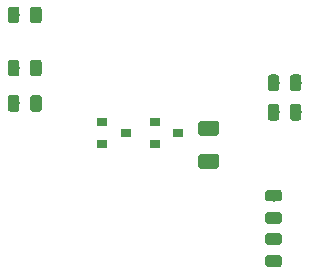
<source format=gbp>
G04 #@! TF.GenerationSoftware,KiCad,Pcbnew,(5.1.0-0)*
G04 #@! TF.CreationDate,2019-10-12T10:13:56-07:00*
G04 #@! TF.ProjectId,BB-Mainboard-0,42422d4d-6169-46e6-926f-6172642d302e,rev?*
G04 #@! TF.SameCoordinates,Original*
G04 #@! TF.FileFunction,Paste,Bot*
G04 #@! TF.FilePolarity,Positive*
%FSLAX46Y46*%
G04 Gerber Fmt 4.6, Leading zero omitted, Abs format (unit mm)*
G04 Created by KiCad (PCBNEW (5.1.0-0)) date 2019-10-12 10:13:56*
%MOMM*%
%LPD*%
G04 APERTURE LIST*
%ADD10R,0.900000X0.800000*%
%ADD11C,0.100000*%
%ADD12C,0.975000*%
%ADD13C,1.250000*%
G04 APERTURE END LIST*
D10*
X122450000Y-53000000D03*
X120450000Y-52050000D03*
X120450000Y-53950000D03*
X118000000Y-53000000D03*
X116000000Y-52050000D03*
X116000000Y-53950000D03*
D11*
G36*
X108767642Y-46801174D02*
G01*
X108791303Y-46804684D01*
X108814507Y-46810496D01*
X108837029Y-46818554D01*
X108858653Y-46828782D01*
X108879170Y-46841079D01*
X108898383Y-46855329D01*
X108916107Y-46871393D01*
X108932171Y-46889117D01*
X108946421Y-46908330D01*
X108958718Y-46928847D01*
X108968946Y-46950471D01*
X108977004Y-46972993D01*
X108982816Y-46996197D01*
X108986326Y-47019858D01*
X108987500Y-47043750D01*
X108987500Y-47956250D01*
X108986326Y-47980142D01*
X108982816Y-48003803D01*
X108977004Y-48027007D01*
X108968946Y-48049529D01*
X108958718Y-48071153D01*
X108946421Y-48091670D01*
X108932171Y-48110883D01*
X108916107Y-48128607D01*
X108898383Y-48144671D01*
X108879170Y-48158921D01*
X108858653Y-48171218D01*
X108837029Y-48181446D01*
X108814507Y-48189504D01*
X108791303Y-48195316D01*
X108767642Y-48198826D01*
X108743750Y-48200000D01*
X108256250Y-48200000D01*
X108232358Y-48198826D01*
X108208697Y-48195316D01*
X108185493Y-48189504D01*
X108162971Y-48181446D01*
X108141347Y-48171218D01*
X108120830Y-48158921D01*
X108101617Y-48144671D01*
X108083893Y-48128607D01*
X108067829Y-48110883D01*
X108053579Y-48091670D01*
X108041282Y-48071153D01*
X108031054Y-48049529D01*
X108022996Y-48027007D01*
X108017184Y-48003803D01*
X108013674Y-47980142D01*
X108012500Y-47956250D01*
X108012500Y-47043750D01*
X108013674Y-47019858D01*
X108017184Y-46996197D01*
X108022996Y-46972993D01*
X108031054Y-46950471D01*
X108041282Y-46928847D01*
X108053579Y-46908330D01*
X108067829Y-46889117D01*
X108083893Y-46871393D01*
X108101617Y-46855329D01*
X108120830Y-46841079D01*
X108141347Y-46828782D01*
X108162971Y-46818554D01*
X108185493Y-46810496D01*
X108208697Y-46804684D01*
X108232358Y-46801174D01*
X108256250Y-46800000D01*
X108743750Y-46800000D01*
X108767642Y-46801174D01*
X108767642Y-46801174D01*
G37*
D12*
X108500000Y-47500000D03*
D11*
G36*
X110642642Y-46801174D02*
G01*
X110666303Y-46804684D01*
X110689507Y-46810496D01*
X110712029Y-46818554D01*
X110733653Y-46828782D01*
X110754170Y-46841079D01*
X110773383Y-46855329D01*
X110791107Y-46871393D01*
X110807171Y-46889117D01*
X110821421Y-46908330D01*
X110833718Y-46928847D01*
X110843946Y-46950471D01*
X110852004Y-46972993D01*
X110857816Y-46996197D01*
X110861326Y-47019858D01*
X110862500Y-47043750D01*
X110862500Y-47956250D01*
X110861326Y-47980142D01*
X110857816Y-48003803D01*
X110852004Y-48027007D01*
X110843946Y-48049529D01*
X110833718Y-48071153D01*
X110821421Y-48091670D01*
X110807171Y-48110883D01*
X110791107Y-48128607D01*
X110773383Y-48144671D01*
X110754170Y-48158921D01*
X110733653Y-48171218D01*
X110712029Y-48181446D01*
X110689507Y-48189504D01*
X110666303Y-48195316D01*
X110642642Y-48198826D01*
X110618750Y-48200000D01*
X110131250Y-48200000D01*
X110107358Y-48198826D01*
X110083697Y-48195316D01*
X110060493Y-48189504D01*
X110037971Y-48181446D01*
X110016347Y-48171218D01*
X109995830Y-48158921D01*
X109976617Y-48144671D01*
X109958893Y-48128607D01*
X109942829Y-48110883D01*
X109928579Y-48091670D01*
X109916282Y-48071153D01*
X109906054Y-48049529D01*
X109897996Y-48027007D01*
X109892184Y-48003803D01*
X109888674Y-47980142D01*
X109887500Y-47956250D01*
X109887500Y-47043750D01*
X109888674Y-47019858D01*
X109892184Y-46996197D01*
X109897996Y-46972993D01*
X109906054Y-46950471D01*
X109916282Y-46928847D01*
X109928579Y-46908330D01*
X109942829Y-46889117D01*
X109958893Y-46871393D01*
X109976617Y-46855329D01*
X109995830Y-46841079D01*
X110016347Y-46828782D01*
X110037971Y-46818554D01*
X110060493Y-46810496D01*
X110083697Y-46804684D01*
X110107358Y-46801174D01*
X110131250Y-46800000D01*
X110618750Y-46800000D01*
X110642642Y-46801174D01*
X110642642Y-46801174D01*
G37*
D12*
X110375000Y-47500000D03*
D11*
G36*
X108767642Y-42301174D02*
G01*
X108791303Y-42304684D01*
X108814507Y-42310496D01*
X108837029Y-42318554D01*
X108858653Y-42328782D01*
X108879170Y-42341079D01*
X108898383Y-42355329D01*
X108916107Y-42371393D01*
X108932171Y-42389117D01*
X108946421Y-42408330D01*
X108958718Y-42428847D01*
X108968946Y-42450471D01*
X108977004Y-42472993D01*
X108982816Y-42496197D01*
X108986326Y-42519858D01*
X108987500Y-42543750D01*
X108987500Y-43456250D01*
X108986326Y-43480142D01*
X108982816Y-43503803D01*
X108977004Y-43527007D01*
X108968946Y-43549529D01*
X108958718Y-43571153D01*
X108946421Y-43591670D01*
X108932171Y-43610883D01*
X108916107Y-43628607D01*
X108898383Y-43644671D01*
X108879170Y-43658921D01*
X108858653Y-43671218D01*
X108837029Y-43681446D01*
X108814507Y-43689504D01*
X108791303Y-43695316D01*
X108767642Y-43698826D01*
X108743750Y-43700000D01*
X108256250Y-43700000D01*
X108232358Y-43698826D01*
X108208697Y-43695316D01*
X108185493Y-43689504D01*
X108162971Y-43681446D01*
X108141347Y-43671218D01*
X108120830Y-43658921D01*
X108101617Y-43644671D01*
X108083893Y-43628607D01*
X108067829Y-43610883D01*
X108053579Y-43591670D01*
X108041282Y-43571153D01*
X108031054Y-43549529D01*
X108022996Y-43527007D01*
X108017184Y-43503803D01*
X108013674Y-43480142D01*
X108012500Y-43456250D01*
X108012500Y-42543750D01*
X108013674Y-42519858D01*
X108017184Y-42496197D01*
X108022996Y-42472993D01*
X108031054Y-42450471D01*
X108041282Y-42428847D01*
X108053579Y-42408330D01*
X108067829Y-42389117D01*
X108083893Y-42371393D01*
X108101617Y-42355329D01*
X108120830Y-42341079D01*
X108141347Y-42328782D01*
X108162971Y-42318554D01*
X108185493Y-42310496D01*
X108208697Y-42304684D01*
X108232358Y-42301174D01*
X108256250Y-42300000D01*
X108743750Y-42300000D01*
X108767642Y-42301174D01*
X108767642Y-42301174D01*
G37*
D12*
X108500000Y-43000000D03*
D11*
G36*
X110642642Y-42301174D02*
G01*
X110666303Y-42304684D01*
X110689507Y-42310496D01*
X110712029Y-42318554D01*
X110733653Y-42328782D01*
X110754170Y-42341079D01*
X110773383Y-42355329D01*
X110791107Y-42371393D01*
X110807171Y-42389117D01*
X110821421Y-42408330D01*
X110833718Y-42428847D01*
X110843946Y-42450471D01*
X110852004Y-42472993D01*
X110857816Y-42496197D01*
X110861326Y-42519858D01*
X110862500Y-42543750D01*
X110862500Y-43456250D01*
X110861326Y-43480142D01*
X110857816Y-43503803D01*
X110852004Y-43527007D01*
X110843946Y-43549529D01*
X110833718Y-43571153D01*
X110821421Y-43591670D01*
X110807171Y-43610883D01*
X110791107Y-43628607D01*
X110773383Y-43644671D01*
X110754170Y-43658921D01*
X110733653Y-43671218D01*
X110712029Y-43681446D01*
X110689507Y-43689504D01*
X110666303Y-43695316D01*
X110642642Y-43698826D01*
X110618750Y-43700000D01*
X110131250Y-43700000D01*
X110107358Y-43698826D01*
X110083697Y-43695316D01*
X110060493Y-43689504D01*
X110037971Y-43681446D01*
X110016347Y-43671218D01*
X109995830Y-43658921D01*
X109976617Y-43644671D01*
X109958893Y-43628607D01*
X109942829Y-43610883D01*
X109928579Y-43591670D01*
X109916282Y-43571153D01*
X109906054Y-43549529D01*
X109897996Y-43527007D01*
X109892184Y-43503803D01*
X109888674Y-43480142D01*
X109887500Y-43456250D01*
X109887500Y-42543750D01*
X109888674Y-42519858D01*
X109892184Y-42496197D01*
X109897996Y-42472993D01*
X109906054Y-42450471D01*
X109916282Y-42428847D01*
X109928579Y-42408330D01*
X109942829Y-42389117D01*
X109958893Y-42371393D01*
X109976617Y-42355329D01*
X109995830Y-42341079D01*
X110016347Y-42328782D01*
X110037971Y-42318554D01*
X110060493Y-42310496D01*
X110083697Y-42304684D01*
X110107358Y-42301174D01*
X110131250Y-42300000D01*
X110618750Y-42300000D01*
X110642642Y-42301174D01*
X110642642Y-42301174D01*
G37*
D12*
X110375000Y-43000000D03*
D11*
G36*
X108767642Y-49801174D02*
G01*
X108791303Y-49804684D01*
X108814507Y-49810496D01*
X108837029Y-49818554D01*
X108858653Y-49828782D01*
X108879170Y-49841079D01*
X108898383Y-49855329D01*
X108916107Y-49871393D01*
X108932171Y-49889117D01*
X108946421Y-49908330D01*
X108958718Y-49928847D01*
X108968946Y-49950471D01*
X108977004Y-49972993D01*
X108982816Y-49996197D01*
X108986326Y-50019858D01*
X108987500Y-50043750D01*
X108987500Y-50956250D01*
X108986326Y-50980142D01*
X108982816Y-51003803D01*
X108977004Y-51027007D01*
X108968946Y-51049529D01*
X108958718Y-51071153D01*
X108946421Y-51091670D01*
X108932171Y-51110883D01*
X108916107Y-51128607D01*
X108898383Y-51144671D01*
X108879170Y-51158921D01*
X108858653Y-51171218D01*
X108837029Y-51181446D01*
X108814507Y-51189504D01*
X108791303Y-51195316D01*
X108767642Y-51198826D01*
X108743750Y-51200000D01*
X108256250Y-51200000D01*
X108232358Y-51198826D01*
X108208697Y-51195316D01*
X108185493Y-51189504D01*
X108162971Y-51181446D01*
X108141347Y-51171218D01*
X108120830Y-51158921D01*
X108101617Y-51144671D01*
X108083893Y-51128607D01*
X108067829Y-51110883D01*
X108053579Y-51091670D01*
X108041282Y-51071153D01*
X108031054Y-51049529D01*
X108022996Y-51027007D01*
X108017184Y-51003803D01*
X108013674Y-50980142D01*
X108012500Y-50956250D01*
X108012500Y-50043750D01*
X108013674Y-50019858D01*
X108017184Y-49996197D01*
X108022996Y-49972993D01*
X108031054Y-49950471D01*
X108041282Y-49928847D01*
X108053579Y-49908330D01*
X108067829Y-49889117D01*
X108083893Y-49871393D01*
X108101617Y-49855329D01*
X108120830Y-49841079D01*
X108141347Y-49828782D01*
X108162971Y-49818554D01*
X108185493Y-49810496D01*
X108208697Y-49804684D01*
X108232358Y-49801174D01*
X108256250Y-49800000D01*
X108743750Y-49800000D01*
X108767642Y-49801174D01*
X108767642Y-49801174D01*
G37*
D12*
X108500000Y-50500000D03*
D11*
G36*
X110642642Y-49801174D02*
G01*
X110666303Y-49804684D01*
X110689507Y-49810496D01*
X110712029Y-49818554D01*
X110733653Y-49828782D01*
X110754170Y-49841079D01*
X110773383Y-49855329D01*
X110791107Y-49871393D01*
X110807171Y-49889117D01*
X110821421Y-49908330D01*
X110833718Y-49928847D01*
X110843946Y-49950471D01*
X110852004Y-49972993D01*
X110857816Y-49996197D01*
X110861326Y-50019858D01*
X110862500Y-50043750D01*
X110862500Y-50956250D01*
X110861326Y-50980142D01*
X110857816Y-51003803D01*
X110852004Y-51027007D01*
X110843946Y-51049529D01*
X110833718Y-51071153D01*
X110821421Y-51091670D01*
X110807171Y-51110883D01*
X110791107Y-51128607D01*
X110773383Y-51144671D01*
X110754170Y-51158921D01*
X110733653Y-51171218D01*
X110712029Y-51181446D01*
X110689507Y-51189504D01*
X110666303Y-51195316D01*
X110642642Y-51198826D01*
X110618750Y-51200000D01*
X110131250Y-51200000D01*
X110107358Y-51198826D01*
X110083697Y-51195316D01*
X110060493Y-51189504D01*
X110037971Y-51181446D01*
X110016347Y-51171218D01*
X109995830Y-51158921D01*
X109976617Y-51144671D01*
X109958893Y-51128607D01*
X109942829Y-51110883D01*
X109928579Y-51091670D01*
X109916282Y-51071153D01*
X109906054Y-51049529D01*
X109897996Y-51027007D01*
X109892184Y-51003803D01*
X109888674Y-50980142D01*
X109887500Y-50956250D01*
X109887500Y-50043750D01*
X109888674Y-50019858D01*
X109892184Y-49996197D01*
X109897996Y-49972993D01*
X109906054Y-49950471D01*
X109916282Y-49928847D01*
X109928579Y-49908330D01*
X109942829Y-49889117D01*
X109958893Y-49871393D01*
X109976617Y-49855329D01*
X109995830Y-49841079D01*
X110016347Y-49828782D01*
X110037971Y-49818554D01*
X110060493Y-49810496D01*
X110083697Y-49804684D01*
X110107358Y-49801174D01*
X110131250Y-49800000D01*
X110618750Y-49800000D01*
X110642642Y-49801174D01*
X110642642Y-49801174D01*
G37*
D12*
X110375000Y-50500000D03*
D11*
G36*
X132642642Y-48051174D02*
G01*
X132666303Y-48054684D01*
X132689507Y-48060496D01*
X132712029Y-48068554D01*
X132733653Y-48078782D01*
X132754170Y-48091079D01*
X132773383Y-48105329D01*
X132791107Y-48121393D01*
X132807171Y-48139117D01*
X132821421Y-48158330D01*
X132833718Y-48178847D01*
X132843946Y-48200471D01*
X132852004Y-48222993D01*
X132857816Y-48246197D01*
X132861326Y-48269858D01*
X132862500Y-48293750D01*
X132862500Y-49206250D01*
X132861326Y-49230142D01*
X132857816Y-49253803D01*
X132852004Y-49277007D01*
X132843946Y-49299529D01*
X132833718Y-49321153D01*
X132821421Y-49341670D01*
X132807171Y-49360883D01*
X132791107Y-49378607D01*
X132773383Y-49394671D01*
X132754170Y-49408921D01*
X132733653Y-49421218D01*
X132712029Y-49431446D01*
X132689507Y-49439504D01*
X132666303Y-49445316D01*
X132642642Y-49448826D01*
X132618750Y-49450000D01*
X132131250Y-49450000D01*
X132107358Y-49448826D01*
X132083697Y-49445316D01*
X132060493Y-49439504D01*
X132037971Y-49431446D01*
X132016347Y-49421218D01*
X131995830Y-49408921D01*
X131976617Y-49394671D01*
X131958893Y-49378607D01*
X131942829Y-49360883D01*
X131928579Y-49341670D01*
X131916282Y-49321153D01*
X131906054Y-49299529D01*
X131897996Y-49277007D01*
X131892184Y-49253803D01*
X131888674Y-49230142D01*
X131887500Y-49206250D01*
X131887500Y-48293750D01*
X131888674Y-48269858D01*
X131892184Y-48246197D01*
X131897996Y-48222993D01*
X131906054Y-48200471D01*
X131916282Y-48178847D01*
X131928579Y-48158330D01*
X131942829Y-48139117D01*
X131958893Y-48121393D01*
X131976617Y-48105329D01*
X131995830Y-48091079D01*
X132016347Y-48078782D01*
X132037971Y-48068554D01*
X132060493Y-48060496D01*
X132083697Y-48054684D01*
X132107358Y-48051174D01*
X132131250Y-48050000D01*
X132618750Y-48050000D01*
X132642642Y-48051174D01*
X132642642Y-48051174D01*
G37*
D12*
X132375000Y-48750000D03*
D11*
G36*
X130767642Y-48051174D02*
G01*
X130791303Y-48054684D01*
X130814507Y-48060496D01*
X130837029Y-48068554D01*
X130858653Y-48078782D01*
X130879170Y-48091079D01*
X130898383Y-48105329D01*
X130916107Y-48121393D01*
X130932171Y-48139117D01*
X130946421Y-48158330D01*
X130958718Y-48178847D01*
X130968946Y-48200471D01*
X130977004Y-48222993D01*
X130982816Y-48246197D01*
X130986326Y-48269858D01*
X130987500Y-48293750D01*
X130987500Y-49206250D01*
X130986326Y-49230142D01*
X130982816Y-49253803D01*
X130977004Y-49277007D01*
X130968946Y-49299529D01*
X130958718Y-49321153D01*
X130946421Y-49341670D01*
X130932171Y-49360883D01*
X130916107Y-49378607D01*
X130898383Y-49394671D01*
X130879170Y-49408921D01*
X130858653Y-49421218D01*
X130837029Y-49431446D01*
X130814507Y-49439504D01*
X130791303Y-49445316D01*
X130767642Y-49448826D01*
X130743750Y-49450000D01*
X130256250Y-49450000D01*
X130232358Y-49448826D01*
X130208697Y-49445316D01*
X130185493Y-49439504D01*
X130162971Y-49431446D01*
X130141347Y-49421218D01*
X130120830Y-49408921D01*
X130101617Y-49394671D01*
X130083893Y-49378607D01*
X130067829Y-49360883D01*
X130053579Y-49341670D01*
X130041282Y-49321153D01*
X130031054Y-49299529D01*
X130022996Y-49277007D01*
X130017184Y-49253803D01*
X130013674Y-49230142D01*
X130012500Y-49206250D01*
X130012500Y-48293750D01*
X130013674Y-48269858D01*
X130017184Y-48246197D01*
X130022996Y-48222993D01*
X130031054Y-48200471D01*
X130041282Y-48178847D01*
X130053579Y-48158330D01*
X130067829Y-48139117D01*
X130083893Y-48121393D01*
X130101617Y-48105329D01*
X130120830Y-48091079D01*
X130141347Y-48078782D01*
X130162971Y-48068554D01*
X130185493Y-48060496D01*
X130208697Y-48054684D01*
X130232358Y-48051174D01*
X130256250Y-48050000D01*
X130743750Y-48050000D01*
X130767642Y-48051174D01*
X130767642Y-48051174D01*
G37*
D12*
X130500000Y-48750000D03*
D11*
G36*
X132642642Y-50551174D02*
G01*
X132666303Y-50554684D01*
X132689507Y-50560496D01*
X132712029Y-50568554D01*
X132733653Y-50578782D01*
X132754170Y-50591079D01*
X132773383Y-50605329D01*
X132791107Y-50621393D01*
X132807171Y-50639117D01*
X132821421Y-50658330D01*
X132833718Y-50678847D01*
X132843946Y-50700471D01*
X132852004Y-50722993D01*
X132857816Y-50746197D01*
X132861326Y-50769858D01*
X132862500Y-50793750D01*
X132862500Y-51706250D01*
X132861326Y-51730142D01*
X132857816Y-51753803D01*
X132852004Y-51777007D01*
X132843946Y-51799529D01*
X132833718Y-51821153D01*
X132821421Y-51841670D01*
X132807171Y-51860883D01*
X132791107Y-51878607D01*
X132773383Y-51894671D01*
X132754170Y-51908921D01*
X132733653Y-51921218D01*
X132712029Y-51931446D01*
X132689507Y-51939504D01*
X132666303Y-51945316D01*
X132642642Y-51948826D01*
X132618750Y-51950000D01*
X132131250Y-51950000D01*
X132107358Y-51948826D01*
X132083697Y-51945316D01*
X132060493Y-51939504D01*
X132037971Y-51931446D01*
X132016347Y-51921218D01*
X131995830Y-51908921D01*
X131976617Y-51894671D01*
X131958893Y-51878607D01*
X131942829Y-51860883D01*
X131928579Y-51841670D01*
X131916282Y-51821153D01*
X131906054Y-51799529D01*
X131897996Y-51777007D01*
X131892184Y-51753803D01*
X131888674Y-51730142D01*
X131887500Y-51706250D01*
X131887500Y-50793750D01*
X131888674Y-50769858D01*
X131892184Y-50746197D01*
X131897996Y-50722993D01*
X131906054Y-50700471D01*
X131916282Y-50678847D01*
X131928579Y-50658330D01*
X131942829Y-50639117D01*
X131958893Y-50621393D01*
X131976617Y-50605329D01*
X131995830Y-50591079D01*
X132016347Y-50578782D01*
X132037971Y-50568554D01*
X132060493Y-50560496D01*
X132083697Y-50554684D01*
X132107358Y-50551174D01*
X132131250Y-50550000D01*
X132618750Y-50550000D01*
X132642642Y-50551174D01*
X132642642Y-50551174D01*
G37*
D12*
X132375000Y-51250000D03*
D11*
G36*
X130767642Y-50551174D02*
G01*
X130791303Y-50554684D01*
X130814507Y-50560496D01*
X130837029Y-50568554D01*
X130858653Y-50578782D01*
X130879170Y-50591079D01*
X130898383Y-50605329D01*
X130916107Y-50621393D01*
X130932171Y-50639117D01*
X130946421Y-50658330D01*
X130958718Y-50678847D01*
X130968946Y-50700471D01*
X130977004Y-50722993D01*
X130982816Y-50746197D01*
X130986326Y-50769858D01*
X130987500Y-50793750D01*
X130987500Y-51706250D01*
X130986326Y-51730142D01*
X130982816Y-51753803D01*
X130977004Y-51777007D01*
X130968946Y-51799529D01*
X130958718Y-51821153D01*
X130946421Y-51841670D01*
X130932171Y-51860883D01*
X130916107Y-51878607D01*
X130898383Y-51894671D01*
X130879170Y-51908921D01*
X130858653Y-51921218D01*
X130837029Y-51931446D01*
X130814507Y-51939504D01*
X130791303Y-51945316D01*
X130767642Y-51948826D01*
X130743750Y-51950000D01*
X130256250Y-51950000D01*
X130232358Y-51948826D01*
X130208697Y-51945316D01*
X130185493Y-51939504D01*
X130162971Y-51931446D01*
X130141347Y-51921218D01*
X130120830Y-51908921D01*
X130101617Y-51894671D01*
X130083893Y-51878607D01*
X130067829Y-51860883D01*
X130053579Y-51841670D01*
X130041282Y-51821153D01*
X130031054Y-51799529D01*
X130022996Y-51777007D01*
X130017184Y-51753803D01*
X130013674Y-51730142D01*
X130012500Y-51706250D01*
X130012500Y-50793750D01*
X130013674Y-50769858D01*
X130017184Y-50746197D01*
X130022996Y-50722993D01*
X130031054Y-50700471D01*
X130041282Y-50678847D01*
X130053579Y-50658330D01*
X130067829Y-50639117D01*
X130083893Y-50621393D01*
X130101617Y-50605329D01*
X130120830Y-50591079D01*
X130141347Y-50578782D01*
X130162971Y-50568554D01*
X130185493Y-50560496D01*
X130208697Y-50554684D01*
X130232358Y-50551174D01*
X130256250Y-50550000D01*
X130743750Y-50550000D01*
X130767642Y-50551174D01*
X130767642Y-50551174D01*
G37*
D12*
X130500000Y-51250000D03*
D11*
G36*
X125649504Y-51976204D02*
G01*
X125673773Y-51979804D01*
X125697571Y-51985765D01*
X125720671Y-51994030D01*
X125742849Y-52004520D01*
X125763893Y-52017133D01*
X125783598Y-52031747D01*
X125801777Y-52048223D01*
X125818253Y-52066402D01*
X125832867Y-52086107D01*
X125845480Y-52107151D01*
X125855970Y-52129329D01*
X125864235Y-52152429D01*
X125870196Y-52176227D01*
X125873796Y-52200496D01*
X125875000Y-52225000D01*
X125875000Y-52975000D01*
X125873796Y-52999504D01*
X125870196Y-53023773D01*
X125864235Y-53047571D01*
X125855970Y-53070671D01*
X125845480Y-53092849D01*
X125832867Y-53113893D01*
X125818253Y-53133598D01*
X125801777Y-53151777D01*
X125783598Y-53168253D01*
X125763893Y-53182867D01*
X125742849Y-53195480D01*
X125720671Y-53205970D01*
X125697571Y-53214235D01*
X125673773Y-53220196D01*
X125649504Y-53223796D01*
X125625000Y-53225000D01*
X124375000Y-53225000D01*
X124350496Y-53223796D01*
X124326227Y-53220196D01*
X124302429Y-53214235D01*
X124279329Y-53205970D01*
X124257151Y-53195480D01*
X124236107Y-53182867D01*
X124216402Y-53168253D01*
X124198223Y-53151777D01*
X124181747Y-53133598D01*
X124167133Y-53113893D01*
X124154520Y-53092849D01*
X124144030Y-53070671D01*
X124135765Y-53047571D01*
X124129804Y-53023773D01*
X124126204Y-52999504D01*
X124125000Y-52975000D01*
X124125000Y-52225000D01*
X124126204Y-52200496D01*
X124129804Y-52176227D01*
X124135765Y-52152429D01*
X124144030Y-52129329D01*
X124154520Y-52107151D01*
X124167133Y-52086107D01*
X124181747Y-52066402D01*
X124198223Y-52048223D01*
X124216402Y-52031747D01*
X124236107Y-52017133D01*
X124257151Y-52004520D01*
X124279329Y-51994030D01*
X124302429Y-51985765D01*
X124326227Y-51979804D01*
X124350496Y-51976204D01*
X124375000Y-51975000D01*
X125625000Y-51975000D01*
X125649504Y-51976204D01*
X125649504Y-51976204D01*
G37*
D13*
X125000000Y-52600000D03*
D11*
G36*
X125649504Y-54776204D02*
G01*
X125673773Y-54779804D01*
X125697571Y-54785765D01*
X125720671Y-54794030D01*
X125742849Y-54804520D01*
X125763893Y-54817133D01*
X125783598Y-54831747D01*
X125801777Y-54848223D01*
X125818253Y-54866402D01*
X125832867Y-54886107D01*
X125845480Y-54907151D01*
X125855970Y-54929329D01*
X125864235Y-54952429D01*
X125870196Y-54976227D01*
X125873796Y-55000496D01*
X125875000Y-55025000D01*
X125875000Y-55775000D01*
X125873796Y-55799504D01*
X125870196Y-55823773D01*
X125864235Y-55847571D01*
X125855970Y-55870671D01*
X125845480Y-55892849D01*
X125832867Y-55913893D01*
X125818253Y-55933598D01*
X125801777Y-55951777D01*
X125783598Y-55968253D01*
X125763893Y-55982867D01*
X125742849Y-55995480D01*
X125720671Y-56005970D01*
X125697571Y-56014235D01*
X125673773Y-56020196D01*
X125649504Y-56023796D01*
X125625000Y-56025000D01*
X124375000Y-56025000D01*
X124350496Y-56023796D01*
X124326227Y-56020196D01*
X124302429Y-56014235D01*
X124279329Y-56005970D01*
X124257151Y-55995480D01*
X124236107Y-55982867D01*
X124216402Y-55968253D01*
X124198223Y-55951777D01*
X124181747Y-55933598D01*
X124167133Y-55913893D01*
X124154520Y-55892849D01*
X124144030Y-55870671D01*
X124135765Y-55847571D01*
X124129804Y-55823773D01*
X124126204Y-55799504D01*
X124125000Y-55775000D01*
X124125000Y-55025000D01*
X124126204Y-55000496D01*
X124129804Y-54976227D01*
X124135765Y-54952429D01*
X124144030Y-54929329D01*
X124154520Y-54907151D01*
X124167133Y-54886107D01*
X124181747Y-54866402D01*
X124198223Y-54848223D01*
X124216402Y-54831747D01*
X124236107Y-54817133D01*
X124257151Y-54804520D01*
X124279329Y-54794030D01*
X124302429Y-54785765D01*
X124326227Y-54779804D01*
X124350496Y-54776204D01*
X124375000Y-54775000D01*
X125625000Y-54775000D01*
X125649504Y-54776204D01*
X125649504Y-54776204D01*
G37*
D13*
X125000000Y-55400000D03*
D11*
G36*
X130980142Y-61489087D02*
G01*
X131003803Y-61492597D01*
X131027007Y-61498409D01*
X131049529Y-61506467D01*
X131071153Y-61516695D01*
X131091670Y-61528992D01*
X131110883Y-61543242D01*
X131128607Y-61559306D01*
X131144671Y-61577030D01*
X131158921Y-61596243D01*
X131171218Y-61616760D01*
X131181446Y-61638384D01*
X131189504Y-61660906D01*
X131195316Y-61684110D01*
X131198826Y-61707771D01*
X131200000Y-61731663D01*
X131200000Y-62219163D01*
X131198826Y-62243055D01*
X131195316Y-62266716D01*
X131189504Y-62289920D01*
X131181446Y-62312442D01*
X131171218Y-62334066D01*
X131158921Y-62354583D01*
X131144671Y-62373796D01*
X131128607Y-62391520D01*
X131110883Y-62407584D01*
X131091670Y-62421834D01*
X131071153Y-62434131D01*
X131049529Y-62444359D01*
X131027007Y-62452417D01*
X131003803Y-62458229D01*
X130980142Y-62461739D01*
X130956250Y-62462913D01*
X130043750Y-62462913D01*
X130019858Y-62461739D01*
X129996197Y-62458229D01*
X129972993Y-62452417D01*
X129950471Y-62444359D01*
X129928847Y-62434131D01*
X129908330Y-62421834D01*
X129889117Y-62407584D01*
X129871393Y-62391520D01*
X129855329Y-62373796D01*
X129841079Y-62354583D01*
X129828782Y-62334066D01*
X129818554Y-62312442D01*
X129810496Y-62289920D01*
X129804684Y-62266716D01*
X129801174Y-62243055D01*
X129800000Y-62219163D01*
X129800000Y-61731663D01*
X129801174Y-61707771D01*
X129804684Y-61684110D01*
X129810496Y-61660906D01*
X129818554Y-61638384D01*
X129828782Y-61616760D01*
X129841079Y-61596243D01*
X129855329Y-61577030D01*
X129871393Y-61559306D01*
X129889117Y-61543242D01*
X129908330Y-61528992D01*
X129928847Y-61516695D01*
X129950471Y-61506467D01*
X129972993Y-61498409D01*
X129996197Y-61492597D01*
X130019858Y-61489087D01*
X130043750Y-61487913D01*
X130956250Y-61487913D01*
X130980142Y-61489087D01*
X130980142Y-61489087D01*
G37*
D12*
X130500000Y-61975413D03*
D11*
G36*
X130980142Y-63364087D02*
G01*
X131003803Y-63367597D01*
X131027007Y-63373409D01*
X131049529Y-63381467D01*
X131071153Y-63391695D01*
X131091670Y-63403992D01*
X131110883Y-63418242D01*
X131128607Y-63434306D01*
X131144671Y-63452030D01*
X131158921Y-63471243D01*
X131171218Y-63491760D01*
X131181446Y-63513384D01*
X131189504Y-63535906D01*
X131195316Y-63559110D01*
X131198826Y-63582771D01*
X131200000Y-63606663D01*
X131200000Y-64094163D01*
X131198826Y-64118055D01*
X131195316Y-64141716D01*
X131189504Y-64164920D01*
X131181446Y-64187442D01*
X131171218Y-64209066D01*
X131158921Y-64229583D01*
X131144671Y-64248796D01*
X131128607Y-64266520D01*
X131110883Y-64282584D01*
X131091670Y-64296834D01*
X131071153Y-64309131D01*
X131049529Y-64319359D01*
X131027007Y-64327417D01*
X131003803Y-64333229D01*
X130980142Y-64336739D01*
X130956250Y-64337913D01*
X130043750Y-64337913D01*
X130019858Y-64336739D01*
X129996197Y-64333229D01*
X129972993Y-64327417D01*
X129950471Y-64319359D01*
X129928847Y-64309131D01*
X129908330Y-64296834D01*
X129889117Y-64282584D01*
X129871393Y-64266520D01*
X129855329Y-64248796D01*
X129841079Y-64229583D01*
X129828782Y-64209066D01*
X129818554Y-64187442D01*
X129810496Y-64164920D01*
X129804684Y-64141716D01*
X129801174Y-64118055D01*
X129800000Y-64094163D01*
X129800000Y-63606663D01*
X129801174Y-63582771D01*
X129804684Y-63559110D01*
X129810496Y-63535906D01*
X129818554Y-63513384D01*
X129828782Y-63491760D01*
X129841079Y-63471243D01*
X129855329Y-63452030D01*
X129871393Y-63434306D01*
X129889117Y-63418242D01*
X129908330Y-63403992D01*
X129928847Y-63391695D01*
X129950471Y-63381467D01*
X129972993Y-63373409D01*
X129996197Y-63367597D01*
X130019858Y-63364087D01*
X130043750Y-63362913D01*
X130956250Y-63362913D01*
X130980142Y-63364087D01*
X130980142Y-63364087D01*
G37*
D12*
X130500000Y-63850413D03*
D11*
G36*
X130980142Y-59701174D02*
G01*
X131003803Y-59704684D01*
X131027007Y-59710496D01*
X131049529Y-59718554D01*
X131071153Y-59728782D01*
X131091670Y-59741079D01*
X131110883Y-59755329D01*
X131128607Y-59771393D01*
X131144671Y-59789117D01*
X131158921Y-59808330D01*
X131171218Y-59828847D01*
X131181446Y-59850471D01*
X131189504Y-59872993D01*
X131195316Y-59896197D01*
X131198826Y-59919858D01*
X131200000Y-59943750D01*
X131200000Y-60431250D01*
X131198826Y-60455142D01*
X131195316Y-60478803D01*
X131189504Y-60502007D01*
X131181446Y-60524529D01*
X131171218Y-60546153D01*
X131158921Y-60566670D01*
X131144671Y-60585883D01*
X131128607Y-60603607D01*
X131110883Y-60619671D01*
X131091670Y-60633921D01*
X131071153Y-60646218D01*
X131049529Y-60656446D01*
X131027007Y-60664504D01*
X131003803Y-60670316D01*
X130980142Y-60673826D01*
X130956250Y-60675000D01*
X130043750Y-60675000D01*
X130019858Y-60673826D01*
X129996197Y-60670316D01*
X129972993Y-60664504D01*
X129950471Y-60656446D01*
X129928847Y-60646218D01*
X129908330Y-60633921D01*
X129889117Y-60619671D01*
X129871393Y-60603607D01*
X129855329Y-60585883D01*
X129841079Y-60566670D01*
X129828782Y-60546153D01*
X129818554Y-60524529D01*
X129810496Y-60502007D01*
X129804684Y-60478803D01*
X129801174Y-60455142D01*
X129800000Y-60431250D01*
X129800000Y-59943750D01*
X129801174Y-59919858D01*
X129804684Y-59896197D01*
X129810496Y-59872993D01*
X129818554Y-59850471D01*
X129828782Y-59828847D01*
X129841079Y-59808330D01*
X129855329Y-59789117D01*
X129871393Y-59771393D01*
X129889117Y-59755329D01*
X129908330Y-59741079D01*
X129928847Y-59728782D01*
X129950471Y-59718554D01*
X129972993Y-59710496D01*
X129996197Y-59704684D01*
X130019858Y-59701174D01*
X130043750Y-59700000D01*
X130956250Y-59700000D01*
X130980142Y-59701174D01*
X130980142Y-59701174D01*
G37*
D12*
X130500000Y-60187500D03*
D11*
G36*
X130980142Y-57826174D02*
G01*
X131003803Y-57829684D01*
X131027007Y-57835496D01*
X131049529Y-57843554D01*
X131071153Y-57853782D01*
X131091670Y-57866079D01*
X131110883Y-57880329D01*
X131128607Y-57896393D01*
X131144671Y-57914117D01*
X131158921Y-57933330D01*
X131171218Y-57953847D01*
X131181446Y-57975471D01*
X131189504Y-57997993D01*
X131195316Y-58021197D01*
X131198826Y-58044858D01*
X131200000Y-58068750D01*
X131200000Y-58556250D01*
X131198826Y-58580142D01*
X131195316Y-58603803D01*
X131189504Y-58627007D01*
X131181446Y-58649529D01*
X131171218Y-58671153D01*
X131158921Y-58691670D01*
X131144671Y-58710883D01*
X131128607Y-58728607D01*
X131110883Y-58744671D01*
X131091670Y-58758921D01*
X131071153Y-58771218D01*
X131049529Y-58781446D01*
X131027007Y-58789504D01*
X131003803Y-58795316D01*
X130980142Y-58798826D01*
X130956250Y-58800000D01*
X130043750Y-58800000D01*
X130019858Y-58798826D01*
X129996197Y-58795316D01*
X129972993Y-58789504D01*
X129950471Y-58781446D01*
X129928847Y-58771218D01*
X129908330Y-58758921D01*
X129889117Y-58744671D01*
X129871393Y-58728607D01*
X129855329Y-58710883D01*
X129841079Y-58691670D01*
X129828782Y-58671153D01*
X129818554Y-58649529D01*
X129810496Y-58627007D01*
X129804684Y-58603803D01*
X129801174Y-58580142D01*
X129800000Y-58556250D01*
X129800000Y-58068750D01*
X129801174Y-58044858D01*
X129804684Y-58021197D01*
X129810496Y-57997993D01*
X129818554Y-57975471D01*
X129828782Y-57953847D01*
X129841079Y-57933330D01*
X129855329Y-57914117D01*
X129871393Y-57896393D01*
X129889117Y-57880329D01*
X129908330Y-57866079D01*
X129928847Y-57853782D01*
X129950471Y-57843554D01*
X129972993Y-57835496D01*
X129996197Y-57829684D01*
X130019858Y-57826174D01*
X130043750Y-57825000D01*
X130956250Y-57825000D01*
X130980142Y-57826174D01*
X130980142Y-57826174D01*
G37*
D12*
X130500000Y-58312500D03*
M02*

</source>
